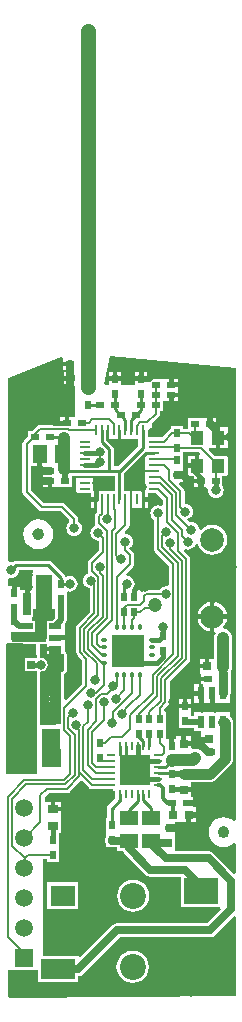
<source format=gtl>
%FSLAX24Y24*%
%MOIN*%
G70*
G01*
G75*
G04 Layer_Physical_Order=1*
G04 Layer_Color=255*
%ADD10C,0.0197*%
%ADD11C,0.0276*%
%ADD12R,0.0250X0.0200*%
%ADD13R,0.0827X0.0689*%
%ADD14R,0.1142X0.0689*%
%ADD15R,0.1142X0.0886*%
%ADD16R,0.0433X0.0236*%
%ADD17R,0.0300X0.0300*%
%ADD18R,0.0300X0.0300*%
%ADD19R,0.0236X0.0433*%
%ADD20R,0.0335X0.1693*%
%ADD21R,0.0200X0.0250*%
%ADD22C,0.0472*%
%ADD23R,0.1102X0.1102*%
%ADD24O,0.0256X0.0138*%
%ADD25O,0.0138X0.0256*%
%ADD26R,0.0591X0.0512*%
%ADD27R,0.0320X0.0300*%
%ADD28R,0.1024X0.1024*%
%ADD29O,0.0098X0.0276*%
%ADD30O,0.0276X0.0098*%
%ADD31R,0.0433X0.0472*%
%ADD32R,0.0354X0.0110*%
%ADD33R,0.0110X0.0354*%
%ADD34R,0.0110X0.0354*%
%ADD35R,0.0512X0.0591*%
%ADD36C,0.0250*%
%ADD37C,0.0150*%
%ADD38C,0.0100*%
%ADD39C,0.0300*%
%ADD40C,0.0400*%
%ADD41C,0.0200*%
%ADD42C,0.0080*%
%ADD43C,0.0350*%
%ADD44C,0.0120*%
%ADD45C,0.0059*%
%ADD46C,0.0500*%
%ADD47C,0.0060*%
%ADD48R,0.0579X0.0630*%
%ADD49R,0.0190X0.0515*%
%ADD50R,0.1180X0.0320*%
%ADD51R,0.0595X0.1290*%
%ADD52R,0.0400X0.0900*%
%ADD53R,0.1029X0.0407*%
%ADD54R,0.0550X0.1050*%
%ADD55R,0.0879X0.3300*%
%ADD56R,0.0570X0.1500*%
%ADD57C,0.0787*%
%ADD58C,0.0866*%
%ADD59R,0.0591X0.0591*%
%ADD60C,0.0591*%
%ADD61R,0.0591X0.0591*%
%ADD62C,0.0320*%
%ADD63C,0.0260*%
G36*
X990Y14331D02*
X978Y14322D01*
X956Y14289D01*
X948Y14250D01*
Y13750D01*
X855D01*
Y13500D01*
X705D01*
Y13750D01*
X550D01*
Y13875D01*
X425D01*
Y13650D01*
X275D01*
Y13875D01*
X150D01*
Y14090D01*
X210Y14143D01*
X250Y14138D01*
X318Y14147D01*
X381Y14173D01*
X435Y14215D01*
X477Y14269D01*
X503Y14332D01*
X512Y14400D01*
X518Y14407D01*
X967D01*
X990Y14331D01*
D02*
G37*
G36*
X7750Y21154D02*
Y6063D01*
X7678Y6028D01*
X7580Y6103D01*
X7459Y6153D01*
X7330Y6170D01*
X7201Y6153D01*
X7080Y6103D01*
X6976Y6024D01*
X6897Y5920D01*
X6847Y5799D01*
X6830Y5670D01*
X6847Y5541D01*
X6897Y5420D01*
X6976Y5316D01*
X7080Y5237D01*
X7201Y5187D01*
X7330Y5170D01*
X7459Y5187D01*
X7580Y5237D01*
X7678Y5312D01*
X7750Y5277D01*
Y4309D01*
X7676Y4278D01*
X6992Y4962D01*
X6918Y5012D01*
X6830Y5029D01*
X5700D01*
Y5075D01*
X5700D01*
Y5525D01*
D01*
Y5525D01*
X5700Y5525D01*
Y5575D01*
X5700D01*
Y5725D01*
X5500D01*
Y5875D01*
X5700D01*
Y6000D01*
X5880D01*
Y6000D01*
X5880D01*
X5880Y6000D01*
X5920D01*
Y6000D01*
X6095D01*
Y6250D01*
X6170D01*
Y6325D01*
X6420D01*
Y6500D01*
X6325D01*
Y6575D01*
X6100D01*
Y6725D01*
X6325D01*
Y6850D01*
X6250D01*
Y7005D01*
X6000D01*
Y7155D01*
X6250D01*
Y7330D01*
D01*
Y7330D01*
X6263Y7343D01*
X6870D01*
X6942Y7352D01*
X6981Y7368D01*
X7009Y7380D01*
X7066Y7424D01*
X7566Y7924D01*
X7610Y7981D01*
X7638Y8048D01*
X7647Y8120D01*
Y8550D01*
X7647Y8550D01*
X7647Y8550D01*
Y8550D01*
Y9302D01*
X7638Y9373D01*
X7610Y9440D01*
X7566Y9498D01*
X7542Y9522D01*
Y9664D01*
X7106D01*
Y9664D01*
X6358D01*
Y9551D01*
X6250D01*
Y9588D01*
D01*
Y9588D01*
D01*
D01*
X6250Y9595D01*
Y9606D01*
Y9620D01*
Y9628D01*
Y9645D01*
X6250Y9650D01*
X6250Y9652D01*
X6250Y9652D01*
X6250D01*
Y9795D01*
X5850D01*
Y9652D01*
X5850D01*
X5850Y9652D01*
X5850Y9645D01*
Y9595D01*
D01*
D01*
X5850D01*
Y9145D01*
X6066D01*
X6072Y9144D01*
X6358D01*
Y9031D01*
X6590D01*
Y9020D01*
X6590D01*
Y8845D01*
X6840D01*
Y8695D01*
X6590D01*
Y8520D01*
X6675D01*
Y8408D01*
X6607Y8356D01*
X6603Y8355D01*
X6541Y8402D01*
X6468Y8432D01*
X6390Y8443D01*
X6312Y8432D01*
X6250Y8474D01*
Y8545D01*
X6000D01*
Y8620D01*
X5925D01*
Y8870D01*
X5750D01*
Y8775D01*
X5675D01*
Y8550D01*
X5525D01*
Y8775D01*
X5400D01*
Y9175D01*
D01*
Y9175D01*
X5400Y9175D01*
Y9225D01*
X5400D01*
Y9675D01*
X5379D01*
X5349Y9749D01*
X5491Y9891D01*
X5491Y9891D01*
X5522Y9937D01*
X5522Y9937D01*
X5522Y9937D01*
X5533Y9992D01*
X5533Y9992D01*
Y10681D01*
X6181Y11329D01*
X6181Y11329D01*
X6199Y11357D01*
X6212Y11375D01*
X6223Y11430D01*
Y14770D01*
X6223Y14770D01*
X6212Y14825D01*
X6181Y14871D01*
X6181Y14871D01*
X6010Y15041D01*
X6055Y15108D01*
X6082Y15097D01*
X6150Y15088D01*
X6218Y15097D01*
X6281Y15123D01*
X6335Y15165D01*
X6377Y15219D01*
X6396Y15264D01*
X6476D01*
X6519Y15160D01*
X6598Y15057D01*
X6701Y14978D01*
X6821Y14928D01*
X6950Y14911D01*
X7079Y14928D01*
X7199Y14978D01*
X7302Y15057D01*
X7381Y15160D01*
X7431Y15280D01*
X7448Y15409D01*
X7431Y15538D01*
X7381Y15658D01*
X7302Y15761D01*
X7199Y15840D01*
X7079Y15890D01*
X6950Y15907D01*
X6821Y15890D01*
X6701Y15840D01*
X6598Y15761D01*
X6587Y15747D01*
X6510Y15768D01*
X6503Y15818D01*
X6477Y15881D01*
X6435Y15935D01*
X6381Y15977D01*
X6318Y16003D01*
X6250Y16012D01*
X6197Y16005D01*
X6115Y16087D01*
X6118Y16097D01*
X6181Y16123D01*
X6235Y16165D01*
X6277Y16219D01*
X6303Y16282D01*
X6312Y16350D01*
X6303Y16418D01*
X6277Y16481D01*
X6235Y16535D01*
X6181Y16577D01*
X6118Y16603D01*
X6050Y16612D01*
X6033Y16627D01*
Y17029D01*
X6022Y17084D01*
X6009Y17102D01*
X5991Y17130D01*
X5991Y17130D01*
X5850Y17271D01*
X5880Y17345D01*
X5970D01*
Y17495D01*
X5770D01*
Y17645D01*
X5970D01*
Y17795D01*
D01*
Y17795D01*
X5970Y17795D01*
Y17845D01*
X5970D01*
Y18245D01*
Y18327D01*
X6501D01*
X6546Y18261D01*
X6527Y18216D01*
X6524D01*
Y17880D01*
X6450D01*
Y17805D01*
X6133D01*
Y17544D01*
X6345D01*
Y17445D01*
X6570D01*
Y17370D01*
X6645D01*
Y17170D01*
X6760D01*
X6813Y17110D01*
X6808Y17070D01*
X6817Y17002D01*
X6843Y16939D01*
X6885Y16885D01*
X6939Y16843D01*
X7002Y16817D01*
X7070Y16808D01*
X7138Y16817D01*
X7201Y16843D01*
X7255Y16885D01*
X7297Y16939D01*
X7323Y17002D01*
X7332Y17070D01*
X7323Y17138D01*
X7297Y17201D01*
X7295Y17204D01*
Y17544D01*
X7467D01*
Y18216D01*
X7036D01*
X6834Y18418D01*
Y18484D01*
X6834Y18484D01*
X7076D01*
Y18820D01*
Y19156D01*
X7095D01*
Y19195D01*
X6870D01*
Y19270D01*
X6795D01*
Y19470D01*
X6645D01*
D01*
D01*
X6645Y19470D01*
X6595Y19470D01*
Y19470D01*
X6145D01*
Y19156D01*
X6134D01*
Y19113D01*
X5970D01*
Y19195D01*
X5570D01*
Y19103D01*
X5565Y19102D01*
X5519Y19071D01*
X5519Y19071D01*
X5291Y18843D01*
X5275Y18843D01*
Y18843D01*
X4802D01*
Y19058D01*
X4953D01*
Y19296D01*
X5174Y19516D01*
X5202Y19559D01*
X5213Y19610D01*
Y19700D01*
X5315D01*
Y20040D01*
X5315D01*
X5365D01*
X5372Y20040D01*
X5372Y20040D01*
Y20040D01*
X5515D01*
Y20240D01*
X5590D01*
Y20315D01*
X5815D01*
Y20380D01*
Y20505D01*
X5590D01*
Y20580D01*
X5515D01*
Y20780D01*
X5372D01*
Y20780D01*
X5372Y20780D01*
X5365Y20780D01*
X5340D01*
X5315D01*
X5308Y20780D01*
X5308Y20780D01*
Y20780D01*
X4865D01*
Y20780D01*
X4847D01*
X4790Y20837D01*
Y20705D01*
X4390D01*
Y20558D01*
X3910D01*
Y20705D01*
X3510D01*
Y20558D01*
X3404D01*
X3353Y20620D01*
X3529Y21532D01*
X3540Y21538D01*
X7750Y21154D01*
D02*
G37*
G36*
X1446Y11941D02*
Y11851D01*
X1723D01*
Y11776D01*
X1797D01*
Y11598D01*
X1995D01*
X1998Y11596D01*
X2000Y11587D01*
Y11045D01*
X1956Y11006D01*
X1956Y11006D01*
D01*
X1804D01*
Y10100D01*
X1729D01*
Y10025D01*
X1502D01*
Y9250D01*
X1200D01*
Y10269D01*
Y10996D01*
X1239Y11028D01*
X1250Y11026D01*
X1336Y11043D01*
X1409Y11091D01*
X1457Y11164D01*
X1474Y11250D01*
X1457Y11336D01*
X1409Y11409D01*
X1336Y11457D01*
X1250Y11474D01*
X1239Y11472D01*
X1200Y11504D01*
Y11945D01*
X1440D01*
X1446Y11941D01*
D02*
G37*
G36*
X4721Y18230D02*
Y18139D01*
Y17942D01*
Y17745D01*
Y17745D01*
X4998D01*
Y17662D01*
X4721D01*
Y17548D01*
Y17351D01*
Y17154D01*
Y17039D01*
X4721D01*
Y16958D01*
X4722D01*
Y16837D01*
X4802D01*
Y16958D01*
X5091D01*
X5307Y16741D01*
Y16588D01*
X5241Y16544D01*
X5218Y16553D01*
X5150Y16562D01*
X5082Y16553D01*
X5019Y16527D01*
X4965Y16485D01*
X4923Y16431D01*
X4897Y16368D01*
X4888Y16300D01*
X4897Y16232D01*
X4923Y16169D01*
X4965Y16115D01*
X5004Y16085D01*
Y15110D01*
X5004Y15110D01*
X5014Y15055D01*
X5045Y15009D01*
X5517Y14537D01*
Y13907D01*
X5457Y13855D01*
X5400Y13862D01*
X5332Y13853D01*
X5269Y13827D01*
X5215Y13785D01*
X5174Y13733D01*
X4740D01*
X4740Y13733D01*
X4685Y13722D01*
X4639Y13691D01*
X4639Y13691D01*
X4624Y13676D01*
X4550Y13706D01*
Y13725D01*
X4425D01*
Y13500D01*
X4275D01*
Y13725D01*
X4345D01*
X4310Y13797D01*
X4327Y13819D01*
X4353Y13882D01*
X4362Y13950D01*
X4353Y14018D01*
X4327Y14081D01*
X4285Y14135D01*
X4231Y14177D01*
X4168Y14203D01*
X4100Y14212D01*
X4090Y14288D01*
X4311Y14509D01*
X4342Y14555D01*
X4353Y14610D01*
X4353Y14610D01*
Y14908D01*
X4353Y14908D01*
X4342Y14962D01*
X4329Y14981D01*
X4311Y15009D01*
X4311Y15009D01*
X4193Y15127D01*
Y15132D01*
X4235Y15165D01*
X4277Y15219D01*
X4303Y15282D01*
X4312Y15350D01*
X4303Y15418D01*
X4277Y15481D01*
X4235Y15535D01*
X4181Y15577D01*
X4118Y15603D01*
X4050Y15612D01*
X4039Y15697D01*
X4158Y15816D01*
X4158Y15816D01*
X4176Y15844D01*
X4189Y15862D01*
X4199Y15917D01*
Y16485D01*
X4212D01*
Y16762D01*
Y17039D01*
X4013D01*
Y17626D01*
X4647Y18261D01*
X4721Y18230D01*
D02*
G37*
G36*
X3902Y18781D02*
X4295D01*
Y18781D01*
X4487D01*
Y18533D01*
X3810Y17856D01*
X3663D01*
Y18444D01*
X3653Y18492D01*
X3651Y18502D01*
X3618Y18552D01*
X3422Y18748D01*
Y18781D01*
X3424D01*
Y19058D01*
X3508D01*
Y18781D01*
X3818D01*
Y19058D01*
X3902D01*
Y18781D01*
D02*
G37*
G36*
X1975Y21464D02*
Y21345D01*
X2200D01*
Y21270D01*
X2275D01*
Y21070D01*
X2243D01*
X2249Y21064D01*
X2218Y20990D01*
X2299D01*
X2298Y20790D01*
X2296Y20590D01*
X2256D01*
X2296Y20550D01*
Y20550D01*
X2373Y20550D01*
Y19510D01*
X2335D01*
Y19510D01*
X2185D01*
Y19310D01*
X2110D01*
Y19243D01*
X1885D01*
Y19243D01*
X1200D01*
X1200Y19243D01*
X1145Y19232D01*
X1099Y19201D01*
X949Y19051D01*
X948Y19050D01*
X825D01*
Y18857D01*
X669Y18701D01*
X638Y18655D01*
X627Y18600D01*
X627Y18600D01*
Y17000D01*
X627Y17000D01*
X638Y16945D01*
X669Y16899D01*
X1169Y16399D01*
X1169Y16399D01*
X1215Y16368D01*
X1270Y16357D01*
X1270Y16357D01*
X1901D01*
X2183Y16075D01*
X2178Y15995D01*
X2165Y15985D01*
X2123Y15931D01*
X2097Y15868D01*
X2088Y15800D01*
X2097Y15732D01*
X2123Y15669D01*
X2165Y15615D01*
X2219Y15573D01*
X2282Y15547D01*
X2350Y15538D01*
X2418Y15547D01*
X2481Y15573D01*
X2535Y15615D01*
X2577Y15669D01*
X2603Y15732D01*
X2612Y15800D01*
X2603Y15868D01*
X2577Y15931D01*
X2535Y15985D01*
X2493Y16018D01*
Y16110D01*
X2482Y16165D01*
X2469Y16183D01*
X2451Y16211D01*
X2451Y16211D01*
X2061Y16601D01*
X2015Y16632D01*
X1960Y16643D01*
X1960Y16643D01*
X1329D01*
X913Y17059D01*
Y17865D01*
X1127D01*
Y18260D01*
X1277D01*
Y17865D01*
X1325D01*
Y17785D01*
X1550D01*
Y17635D01*
X1325D01*
Y17560D01*
X1325D01*
Y17435D01*
X1550D01*
Y17360D01*
X1625D01*
Y17160D01*
X1775D01*
Y17160D01*
X1775D01*
X1775Y17160D01*
X1825D01*
Y17160D01*
X2030D01*
X2050Y17156D01*
X2070Y17160D01*
X2275D01*
Y17510D01*
Y17550D01*
X2425D01*
Y17548D01*
Y17548D01*
X2979D01*
Y17548D01*
Y17550D01*
X3707D01*
Y17039D01*
X3424D01*
Y17039D01*
X3114D01*
Y17039D01*
X3114D01*
Y16762D01*
Y16485D01*
X3127D01*
Y16346D01*
X3089Y16309D01*
X3058Y16262D01*
X3047Y16208D01*
X3047Y16208D01*
Y15978D01*
X3047Y15978D01*
X3058Y15923D01*
X3048Y15889D01*
X3019Y15877D01*
X2965Y15835D01*
X2923Y15781D01*
X2897Y15718D01*
X2888Y15650D01*
X2897Y15582D01*
X2923Y15519D01*
X2965Y15465D01*
X3019Y15423D01*
X3082Y15397D01*
X3150Y15388D01*
X3177Y15364D01*
Y15079D01*
X2839Y14741D01*
X2808Y14695D01*
X2797Y14640D01*
X2797Y14640D01*
Y14378D01*
X2797Y14378D01*
X2808Y14323D01*
X2798Y14289D01*
X2769Y14277D01*
X2715Y14235D01*
X2673Y14181D01*
X2647Y14118D01*
X2638Y14050D01*
X2647Y13982D01*
X2673Y13919D01*
X2715Y13865D01*
X2769Y13823D01*
X2832Y13797D01*
X2877Y13791D01*
Y13021D01*
X2439Y12583D01*
X2408Y12537D01*
X2397Y12482D01*
X2397Y12482D01*
Y11662D01*
X2397Y11662D01*
X2408Y11607D01*
X2439Y11561D01*
X2607Y11393D01*
Y10609D01*
X2070Y10072D01*
X1996Y10103D01*
Y10872D01*
X2002Y10900D01*
Y10917D01*
X2009Y10922D01*
X2024Y10930D01*
X2067Y10968D01*
X2069Y10971D01*
X2072Y10973D01*
X2081Y10987D01*
X2092Y11000D01*
X2092Y11003D01*
X2094Y11006D01*
X2097Y11022D01*
X2102Y11038D01*
X2101Y11042D01*
X2102Y11045D01*
Y11587D01*
X2100Y11597D01*
X2100Y11607D01*
X2098Y11616D01*
X2094Y11625D01*
X2094Y11626D01*
X2094Y11626D01*
X2090Y11636D01*
X2090Y11637D01*
X2089Y11638D01*
X2088Y11641D01*
X2083Y11653D01*
X2071Y11664D01*
X2068Y11670D01*
X2062Y11674D01*
X2055Y11681D01*
X2052Y11683D01*
X2043Y11686D01*
X2039Y11689D01*
Y11932D01*
Y12075D01*
X1722D01*
Y12225D01*
X2039D01*
Y12306D01*
Y12599D01*
X2044Y12604D01*
X2088Y12670D01*
X2104Y12748D01*
Y13450D01*
X2100Y13470D01*
Y13640D01*
X2160Y13693D01*
X2200Y13688D01*
X2268Y13697D01*
X2331Y13723D01*
X2385Y13765D01*
X2427Y13819D01*
X2453Y13882D01*
X2462Y13950D01*
X2453Y14018D01*
X2427Y14081D01*
X2385Y14135D01*
X2331Y14177D01*
X2268Y14203D01*
X2200Y14212D01*
X2132Y14203D01*
X2069Y14177D01*
D01*
X2041Y14209D01*
Y14209D01*
X2041Y14209D01*
X2008Y14258D01*
X1598Y14668D01*
X1549Y14701D01*
X1490Y14713D01*
X410D01*
X351Y14701D01*
X302Y14668D01*
X291Y14657D01*
X250Y14662D01*
X210Y14657D01*
X150Y14710D01*
Y20800D01*
X252Y20846D01*
X1909Y21509D01*
X1975Y21464D01*
D02*
G37*
G36*
X2848Y7143D02*
X2894Y7112D01*
X2949Y7101D01*
X2949Y7101D01*
X3441D01*
X3488Y7092D01*
X3650D01*
Y7050D01*
X3709D01*
X3720Y7037D01*
Y6953D01*
X3719Y6949D01*
Y6785D01*
X3492Y6558D01*
X3459Y6509D01*
X3447Y6450D01*
Y6125D01*
X3400D01*
Y5675D01*
X3400Y5675D01*
X3400Y5625D01*
X3400D01*
Y5506D01*
X3388Y5488D01*
X3371Y5400D01*
X3388Y5312D01*
X3400Y5294D01*
Y5175D01*
X3525D01*
X3526Y5174D01*
X3614Y5157D01*
X3769D01*
Y5030D01*
X3964D01*
X4002Y4974D01*
X4728Y4248D01*
X4802Y4198D01*
X4890Y4181D01*
X5899D01*
Y3157D01*
X7218D01*
X7249Y3083D01*
X6795Y2629D01*
X3790D01*
X3702Y2612D01*
X3628Y2562D01*
X2565Y1499D01*
X2491Y1530D01*
Y1544D01*
X1300D01*
Y4757D01*
X1440D01*
Y4675D01*
X1840D01*
Y5118D01*
X1840D01*
Y5118D01*
D01*
X1840Y5125D01*
Y5136D01*
Y5150D01*
Y5158D01*
Y5175D01*
X1840Y5180D01*
X1840Y5182D01*
X1840Y5182D01*
X1840D01*
Y5625D01*
D01*
Y5625D01*
X1845Y5630D01*
X1900D01*
Y6123D01*
X1900D01*
Y6123D01*
D01*
X1900Y6130D01*
Y6140D01*
X1900Y6180D01*
X1900Y6185D01*
X1900Y6187D01*
X1900Y6187D01*
X1900D01*
Y6355D01*
X1640D01*
Y6430D01*
X1565D01*
Y6680D01*
X1419D01*
Y6680D01*
X1419Y6680D01*
X1380Y6680D01*
X1363Y6697D01*
Y6831D01*
X1509Y6977D01*
X2116D01*
X2116Y6977D01*
X2171Y6988D01*
X2217Y7019D01*
X2554Y7357D01*
X2634D01*
X2848Y7143D01*
D02*
G37*
G36*
X1600Y13100D02*
X1700D01*
Y13050D01*
Y12779D01*
X1623Y12702D01*
X1446D01*
Y12346D01*
X1446Y12346D01*
X1446Y12328D01*
X1446D01*
Y12100D01*
X1054D01*
Y12075D01*
X777D01*
Y12225D01*
X1054D01*
Y12328D01*
D01*
Y12328D01*
X1054Y12328D01*
Y12346D01*
X1054D01*
Y12702D01*
X950D01*
Y12840D01*
X990D01*
Y13100D01*
X1110D01*
Y13125D01*
X1530D01*
Y13255D01*
X1530Y13255D01*
D01*
D01*
X1530Y13260D01*
Y13266D01*
Y13275D01*
Y13279D01*
Y13290D01*
X1530Y13294D01*
X1530Y13295D01*
X1530Y13295D01*
X1530D01*
Y13425D01*
X1320D01*
Y13575D01*
X1530D01*
Y13710D01*
X1524D01*
X1509Y13635D01*
X1300D01*
Y13785D01*
X1509D01*
X1507Y13796D01*
X1500Y13806D01*
X1524Y13850D01*
X1600D01*
Y13100D01*
D02*
G37*
G36*
X7750Y2831D02*
Y200D01*
X207Y150D01*
X150Y207D01*
Y1080D01*
X1149D01*
Y656D01*
X2491D01*
Y871D01*
X2578Y888D01*
X2652Y938D01*
X3885Y2171D01*
X6890D01*
X6978Y2188D01*
X7052Y2238D01*
X7676Y2862D01*
X7750Y2831D01*
D02*
G37*
G36*
X853Y11598D02*
X1054D01*
Y11598D01*
X1065D01*
X1100Y11563D01*
Y11460D01*
X710D01*
Y11040D01*
X1100D01*
Y9170D01*
X975D01*
Y8960D01*
Y8750D01*
X1100D01*
Y7600D01*
X71D01*
Y11610D01*
X119Y11625D01*
X141Y11591D01*
X214Y11543D01*
X225Y11541D01*
Y11750D01*
X375D01*
Y11541D01*
X386Y11543D01*
X459Y11591D01*
X469Y11607D01*
X501Y11598D01*
Y11598D01*
X501Y11598D01*
X703D01*
Y11776D01*
X853D01*
Y11598D01*
D02*
G37*
%LPC*%
G36*
X7438Y12775D02*
X7025D01*
Y12362D01*
X7027Y12362D01*
X7067Y12293D01*
X7058Y12281D01*
X7028Y12208D01*
X7017Y12130D01*
Y11450D01*
X6855D01*
Y11200D01*
X6780D01*
Y11125D01*
X6530D01*
Y10950D01*
X6595D01*
Y10845D01*
X6820D01*
Y10695D01*
X6595D01*
Y10609D01*
X6651D01*
Y10292D01*
Y9976D01*
X6875D01*
Y10293D01*
X7025D01*
Y9976D01*
X7542D01*
Y10169D01*
X7560Y10195D01*
X7579Y10292D01*
Y10966D01*
X7571Y11005D01*
X7582Y11019D01*
X7612Y11092D01*
X7623Y11170D01*
Y11200D01*
Y12130D01*
X7612Y12208D01*
X7582Y12281D01*
X7534Y12344D01*
X7471Y12392D01*
X7398Y12422D01*
X7338Y12430D01*
X7307Y12504D01*
X7381Y12601D01*
X7431Y12721D01*
X7438Y12775D01*
D02*
G37*
G36*
X6250Y10095D02*
X6125D01*
Y9945D01*
X6250D01*
Y10095D01*
D02*
G37*
G36*
X6501Y10217D02*
X6358D01*
Y9976D01*
X6501D01*
Y10217D01*
D02*
G37*
G36*
X590Y11175D02*
X170D01*
Y11042D01*
X170Y11042D01*
X170D01*
X170Y11040D01*
Y11033D01*
X144Y11006D01*
X144D01*
Y10175D01*
X598D01*
Y11005D01*
X598Y11005D01*
D01*
D01*
X598Y11005D01*
X598Y11006D01*
X598Y11008D01*
X598Y11008D01*
X590Y11039D01*
X590Y11040D01*
Y11040D01*
X590Y11042D01*
X590Y11042D01*
X590D01*
Y11175D01*
D02*
G37*
G36*
X6501Y10609D02*
X6358D01*
Y10367D01*
X6501D01*
Y10609D01*
D02*
G37*
G36*
X6705Y11450D02*
X6530D01*
Y11275D01*
X6705D01*
Y11450D01*
D02*
G37*
G36*
X305Y11460D02*
X170D01*
Y11325D01*
X305D01*
Y11460D01*
D02*
G37*
G36*
X590D02*
X455D01*
Y11325D01*
X590D01*
Y11460D01*
D02*
G37*
G36*
X1654Y11006D02*
X1502D01*
Y10175D01*
X1654D01*
Y11006D01*
D02*
G37*
G36*
X5975Y10095D02*
X5850D01*
Y9945D01*
X5975D01*
Y10095D01*
D02*
G37*
G36*
X1900Y6680D02*
X1715D01*
Y6505D01*
X1900D01*
Y6680D01*
D02*
G37*
G36*
X525Y8075D02*
X252D01*
X254Y8057D01*
X290Y7971D01*
X347Y7897D01*
X421Y7840D01*
X507Y7804D01*
X525Y7802D01*
Y8075D01*
D02*
G37*
G36*
X948D02*
X675D01*
Y7802D01*
X693Y7804D01*
X779Y7840D01*
X853Y7897D01*
X910Y7971D01*
X946Y8057D01*
X948Y8075D01*
D02*
G37*
G36*
X6420Y6175D02*
X6245D01*
Y6000D01*
X6420D01*
Y6175D01*
D02*
G37*
G36*
X4298Y1719D02*
X4159Y1700D01*
X4030Y1647D01*
X3918Y1561D01*
X3833Y1450D01*
X3779Y1320D01*
X3761Y1181D01*
X3779Y1042D01*
X3833Y912D01*
X3918Y801D01*
X4030Y715D01*
X4159Y662D01*
X4298Y643D01*
X4437Y662D01*
X4567Y715D01*
X4679Y801D01*
X4764Y912D01*
X4818Y1042D01*
X4836Y1181D01*
X4818Y1320D01*
X4764Y1450D01*
X4679Y1561D01*
X4567Y1647D01*
X4437Y1700D01*
X4298Y1719D01*
D02*
G37*
G36*
X4320Y4081D02*
X4181Y4063D01*
X4051Y4009D01*
X3940Y3923D01*
X3854Y3812D01*
X3801Y3682D01*
X3782Y3543D01*
X3801Y3404D01*
X3854Y3274D01*
X3940Y3163D01*
X4051Y3078D01*
X4181Y3024D01*
X4320Y3006D01*
X4459Y3024D01*
X4589Y3078D01*
X4700Y3163D01*
X4786Y3274D01*
X4839Y3404D01*
X4858Y3543D01*
X4839Y3682D01*
X4786Y3812D01*
X4700Y3923D01*
X4589Y4009D01*
X4459Y4063D01*
X4320Y4081D01*
D02*
G37*
G36*
X2483Y3994D02*
X1457D01*
Y3106D01*
X2483D01*
Y3994D01*
D02*
G37*
G36*
X825Y9170D02*
X690D01*
Y9035D01*
X825D01*
Y9170D01*
D02*
G37*
G36*
X296Y10025D02*
X144D01*
Y9194D01*
X296D01*
Y10025D01*
D02*
G37*
G36*
X598D02*
X446D01*
Y9194D01*
X598D01*
Y10025D01*
D02*
G37*
G36*
X825Y8885D02*
X690D01*
Y8750D01*
X825D01*
Y8885D01*
D02*
G37*
G36*
X525Y8498D02*
X507Y8496D01*
X421Y8460D01*
X347Y8403D01*
X290Y8329D01*
X254Y8243D01*
X252Y8225D01*
X525D01*
Y8498D01*
D02*
G37*
G36*
X675D02*
Y8225D01*
X948D01*
X946Y8243D01*
X910Y8329D01*
X853Y8403D01*
X779Y8460D01*
X693Y8496D01*
X675Y8498D01*
D02*
G37*
G36*
X6250Y8870D02*
X6075D01*
Y8695D01*
X6250D01*
Y8870D01*
D02*
G37*
G36*
X2035Y19510D02*
X1885D01*
Y19385D01*
X2035D01*
Y19510D01*
D02*
G37*
G36*
X5815Y20165D02*
X5665D01*
Y20040D01*
X5815D01*
Y20165D01*
D02*
G37*
G36*
X2175Y20715D02*
X2025D01*
Y20590D01*
X2175D01*
Y20715D01*
D02*
G37*
G36*
X7467Y18745D02*
X7226D01*
Y18484D01*
X7467D01*
Y18745D01*
D02*
G37*
G36*
Y19156D02*
X7226D01*
Y18895D01*
X7467D01*
Y19156D01*
D02*
G37*
G36*
X7095Y19470D02*
X6945D01*
Y19345D01*
X7095D01*
Y19470D01*
D02*
G37*
G36*
X5815Y20780D02*
X5665D01*
Y20655D01*
X5815D01*
Y20780D01*
D02*
G37*
G36*
X4790Y21005D02*
X4665D01*
Y20855D01*
X4790D01*
Y21005D01*
D02*
G37*
G36*
X2175Y20990D02*
X2025D01*
Y20865D01*
X2175D01*
Y20990D01*
D02*
G37*
G36*
X2125Y21195D02*
X1975D01*
Y21070D01*
X2125D01*
Y21195D01*
D02*
G37*
G36*
X3635Y21005D02*
X3510D01*
Y20855D01*
X3635D01*
Y21005D01*
D02*
G37*
G36*
X3910D02*
X3785D01*
Y20855D01*
X3910D01*
Y21005D01*
D02*
G37*
G36*
X4515D02*
X4390D01*
Y20855D01*
X4515D01*
Y21005D01*
D02*
G37*
G36*
X6374Y18216D02*
X6133D01*
Y17955D01*
X6374D01*
Y18216D01*
D02*
G37*
G36*
X1530Y12975D02*
X1395D01*
Y12840D01*
X1530D01*
Y12975D01*
D02*
G37*
G36*
X6875Y13338D02*
X6821Y13331D01*
X6701Y13281D01*
X6598Y13202D01*
X6519Y13099D01*
X6469Y12979D01*
X6462Y12925D01*
X6875D01*
Y13338D01*
D02*
G37*
G36*
X7025D02*
Y12925D01*
X7438D01*
X7431Y12979D01*
X7381Y13099D01*
X7302Y13202D01*
X7199Y13281D01*
X7079Y13331D01*
X7025Y13338D01*
D02*
G37*
G36*
X1647Y11701D02*
X1446D01*
Y11598D01*
X1647D01*
Y11701D01*
D02*
G37*
G36*
X6875Y12775D02*
X6462D01*
X6469Y12721D01*
X6519Y12601D01*
X6598Y12498D01*
X6701Y12419D01*
X6821Y12369D01*
X6875Y12362D01*
Y12775D01*
D02*
G37*
G36*
X1245Y12975D02*
X1110D01*
Y12840D01*
X1245D01*
Y12975D01*
D02*
G37*
G36*
X1151Y16100D02*
X1022Y16083D01*
X901Y16033D01*
X798Y15954D01*
X718Y15850D01*
X668Y15729D01*
X651Y15600D01*
X668Y15471D01*
X718Y15350D01*
X798Y15246D01*
X901Y15167D01*
X1022Y15117D01*
X1151Y15100D01*
X1281Y15117D01*
X1401Y15167D01*
X1505Y15246D01*
X1584Y15350D01*
X1634Y15471D01*
X1651Y15600D01*
X1634Y15729D01*
X1584Y15850D01*
X1505Y15954D01*
X1401Y16033D01*
X1281Y16083D01*
X1151Y16100D01*
D02*
G37*
G36*
X2979Y17465D02*
X2425D01*
Y17351D01*
Y17154D01*
Y16958D01*
X2917D01*
Y16837D01*
X2997D01*
Y17039D01*
X2979D01*
Y17154D01*
Y17351D01*
Y17465D01*
D02*
G37*
G36*
X1475Y17285D02*
X1325D01*
Y17160D01*
X1475D01*
Y17285D01*
D02*
G37*
G36*
X6495Y17295D02*
X6345D01*
Y17170D01*
X6495D01*
Y17295D01*
D02*
G37*
G36*
X2997Y16687D02*
X2917D01*
Y16485D01*
X2997D01*
Y16687D01*
D02*
G37*
G36*
X4606Y17039D02*
X4295D01*
Y17039D01*
X4295D01*
Y16762D01*
Y16485D01*
X4409D01*
Y16485D01*
X4606D01*
Y16762D01*
Y17039D01*
D02*
G37*
G36*
X4802Y16687D02*
X4722D01*
Y16485D01*
X4802D01*
Y16687D01*
D02*
G37*
%LPD*%
D10*
X7429Y5670D02*
G03*
X7429Y5670I-99J0D01*
G01*
X1250Y15600D02*
G03*
X1250Y15600I-99J0D01*
G01*
X371Y10691D02*
X735D01*
X371Y9352D02*
X735D01*
X371Y9509D02*
X735D01*
X371Y10848D02*
X735D01*
X341D02*
X371D01*
X341Y9509D02*
X371D01*
X341Y10691D02*
X371D01*
X302Y9352D02*
X371D01*
X1365Y10691D02*
X1680D01*
X1365Y10848D02*
X1680D01*
X1365Y9470D02*
X1680Y9470D01*
X1365Y9352D02*
X1641D01*
D11*
X1413Y9576D02*
G03*
X1413Y10624I-363J524D01*
G01*
X687D02*
G03*
X687Y9576I363J-524D01*
G01*
D12*
X7400Y8330D02*
D03*
X6900D02*
D03*
X6100Y6650D02*
D03*
X5600D02*
D03*
X2610Y19310D02*
D03*
X2110D02*
D03*
X1550Y18850D02*
D03*
X1050Y18850D02*
D03*
X5090Y19900D02*
D03*
X4590D02*
D03*
X4400Y19560D02*
D03*
X3900D02*
D03*
X3200Y19910D02*
D03*
X3700D02*
D03*
X2750Y20790D02*
D03*
X2250D02*
D03*
X6370Y19270D02*
D03*
X6870Y19270D02*
D03*
X7070Y17370D02*
D03*
X6570D02*
D03*
X5090Y20240D02*
D03*
X5590D02*
D03*
X5090Y20580D02*
D03*
X5590D02*
D03*
X1550Y17360D02*
D03*
X2050D02*
D03*
X1550Y17710D02*
D03*
X2050D02*
D03*
X2200Y21270D02*
D03*
X2700D02*
D03*
X6810Y10760D02*
D03*
X7310D02*
D03*
D13*
X1970Y3550D02*
D03*
D14*
X1820Y1100D02*
D03*
D15*
X6570Y3700D02*
D03*
D16*
X1722Y11776D02*
D03*
Y12150D02*
D03*
Y12524D02*
D03*
X778D02*
D03*
Y12150D02*
D03*
Y11776D02*
D03*
D17*
X6000Y8080D02*
D03*
Y8620D02*
D03*
Y7080D02*
D03*
Y7620D02*
D03*
D18*
X6170Y6250D02*
D03*
X5630D02*
D03*
X6780Y11200D02*
D03*
X7320D02*
D03*
X780Y13050D02*
D03*
X1320Y13050D02*
D03*
X780Y13500D02*
D03*
X1320D02*
D03*
X920Y11250D02*
D03*
X380D02*
D03*
X6840Y8770D02*
D03*
X7380D02*
D03*
X1440Y8960D02*
D03*
X900D02*
D03*
D19*
X7324Y10292D02*
D03*
X6950D02*
D03*
X6576D02*
D03*
X6576Y9348D02*
D03*
X6950D02*
D03*
X7324Y9348D02*
D03*
D20*
X371Y10100D02*
D03*
X1729D02*
D03*
D21*
X350Y12200D02*
D03*
Y12700D02*
D03*
X1900Y13450D02*
D03*
Y13950D02*
D03*
X6050Y9370D02*
D03*
Y9870D02*
D03*
X5300Y11700D02*
D03*
X5300Y12200D02*
D03*
X4350Y13000D02*
D03*
Y13500D02*
D03*
X4000Y13000D02*
D03*
Y13500D02*
D03*
X1640Y4900D02*
D03*
Y5400D02*
D03*
X5500Y5800D02*
D03*
Y5300D02*
D03*
X3600Y5400D02*
D03*
Y5900D02*
D03*
X4856Y8944D02*
D03*
X4856Y9444D02*
D03*
X4500Y8950D02*
D03*
X4500Y9450D02*
D03*
X3200Y8150D02*
D03*
Y8650D02*
D03*
X5600Y8050D02*
D03*
Y8550D02*
D03*
Y7100D02*
D03*
Y7600D02*
D03*
X5770Y18470D02*
D03*
Y18970D02*
D03*
Y18070D02*
D03*
Y17570D02*
D03*
X4590Y20280D02*
D03*
Y20780D02*
D03*
X2800Y19910D02*
D03*
Y20410D02*
D03*
X3710Y20780D02*
D03*
Y20280D02*
D03*
X5200Y8950D02*
D03*
Y9450D02*
D03*
X350Y13650D02*
D03*
Y13150D02*
D03*
D22*
X5050Y13250D02*
D03*
D23*
X4150Y11700D02*
D03*
D24*
X4947Y12084D02*
D03*
Y11828D02*
D03*
Y11572D02*
D03*
Y11316D02*
D03*
X3353D02*
D03*
Y11572D02*
D03*
Y11828D02*
D03*
Y12084D02*
D03*
D25*
X4534Y10903D02*
D03*
X4278D02*
D03*
X4022D02*
D03*
X3766D02*
D03*
Y12497D02*
D03*
X4022D02*
D03*
X4278D02*
D03*
X4534D02*
D03*
D26*
X4164Y5386D02*
D03*
X4164Y6134D02*
D03*
X4914Y5386D02*
D03*
Y6134D02*
D03*
D27*
X1640Y6430D02*
D03*
X1640Y5880D02*
D03*
D28*
X4364Y7736D02*
D03*
D29*
X4856Y6949D02*
D03*
X4659D02*
D03*
X4462D02*
D03*
X4265D02*
D03*
X4069D02*
D03*
X3872D02*
D03*
Y8524D02*
D03*
X4069D02*
D03*
X4265D02*
D03*
X4462D02*
D03*
X4659D02*
D03*
X4856D02*
D03*
D30*
X3576Y7244D02*
D03*
Y7441D02*
D03*
Y7638D02*
D03*
X3576Y7835D02*
D03*
X3576Y8031D02*
D03*
Y8228D02*
D03*
X5151D02*
D03*
Y8031D02*
D03*
Y7835D02*
D03*
Y7638D02*
D03*
Y7441D02*
D03*
Y7244D02*
D03*
D31*
X6449Y17880D02*
D03*
X7151D02*
D03*
X6451Y18820D02*
D03*
X7151D02*
D03*
D32*
X2702Y17900D02*
D03*
Y18294D02*
D03*
Y18688D02*
D03*
X4998Y18688D02*
D03*
X2702Y17113D02*
D03*
Y18097D02*
D03*
Y17310D02*
D03*
Y17506D02*
D03*
Y17703D02*
D03*
Y18491D02*
D03*
X4998D02*
D03*
Y17703D02*
D03*
Y17506D02*
D03*
Y18294D02*
D03*
Y18097D02*
D03*
Y17900D02*
D03*
Y17310D02*
D03*
Y17113D02*
D03*
D33*
X4647Y19058D02*
D03*
Y16762D02*
D03*
X3072Y16762D02*
D03*
X4450Y16762D02*
D03*
X3663Y16762D02*
D03*
X3466D02*
D03*
X4254D02*
D03*
X4057D02*
D03*
X3860D02*
D03*
X3072Y19058D02*
D03*
X3860D02*
D03*
X4057D02*
D03*
X3269D02*
D03*
X3466D02*
D03*
X3663D02*
D03*
X4254D02*
D03*
X4450Y19058D02*
D03*
D34*
X3269Y16762D02*
D03*
D35*
X1202Y18260D02*
D03*
X1950D02*
D03*
D36*
X7071Y18790D02*
Y19069D01*
X6535Y8600D02*
X6805Y8330D01*
X2200Y20430D02*
Y21270D01*
X6590Y8655D02*
Y8695D01*
X6535Y8600D02*
X6590Y8655D01*
X6805Y8330D02*
X6900D01*
X2200Y20430D02*
X2230Y20400D01*
X3790Y2400D02*
X6890D01*
X2490Y1100D02*
X3790Y2400D01*
X1820Y1100D02*
X2490D01*
X6570Y3700D02*
Y3880D01*
X6040Y4410D02*
X6570Y3880D01*
X7580Y3090D02*
Y4050D01*
X6830Y4800D02*
X7580Y4050D01*
X5400Y4800D02*
X6830D01*
X6890Y2400D02*
X7580Y3090D01*
X780Y13050D02*
Y13500D01*
X6870Y19270D02*
X7071Y19069D01*
X5000Y5300D02*
X5400D01*
X4914Y5386D02*
X5000Y5300D01*
X5500Y5800D02*
X5900D01*
X1110Y17710D02*
X1550D01*
X1100Y17700D02*
X1110Y17710D01*
X1210Y17360D02*
X1550D01*
X1150Y17300D02*
X1210Y17360D01*
X3614Y5386D02*
X4164D01*
X3600Y5400D02*
X3614Y5386D01*
X4914Y5286D02*
Y5386D01*
X4164Y5136D02*
Y5386D01*
Y5136D02*
X4890Y4410D01*
X6040D01*
X4914Y5286D02*
X5400Y4800D01*
X5770Y17570D02*
X5980D01*
X6150Y17400D01*
D37*
X5600Y7100D02*
X6450D01*
X4462Y7835D02*
Y8150D01*
X3244Y18294D02*
X3250Y18300D01*
X2702Y18294D02*
X3244D01*
X590Y13930D02*
X820Y14160D01*
X4184Y11316D02*
X4947D01*
X3800Y11700D02*
X4184Y11316D01*
X1700Y12174D02*
X2226D01*
X4462Y7835D02*
X4659Y8031D01*
X1640Y5880D02*
X1640Y5880D01*
Y5400D02*
Y5880D01*
X820Y14160D02*
Y14230D01*
X570Y13950D02*
X590Y13930D01*
X400Y13950D02*
X570D01*
X350Y14000D02*
X400D01*
X350Y13650D02*
Y14000D01*
X6950Y9870D02*
X7000Y9820D01*
X6950Y9870D02*
Y10292D01*
X6576Y9846D02*
Y10292D01*
X1020Y11250D02*
X1250D01*
X4450Y13850D02*
X4700D01*
X5300Y12200D02*
Y12500D01*
X4947Y12084D02*
X5184D01*
X5300Y12200D01*
X5300Y11491D02*
Y11700D01*
X5125Y11316D02*
X5300Y11491D01*
X4947Y11316D02*
X5125D01*
X2226Y12174D02*
X2250Y12150D01*
X1280Y13010D02*
X1320Y13050D01*
X1115Y12174D02*
X1280Y12338D01*
Y13010D01*
X854Y12174D02*
X1115D01*
X400Y13950D02*
Y14000D01*
X780Y13500D02*
Y13830D01*
X6100Y6650D02*
X6450D01*
X6170Y6250D02*
X6600D01*
X4350Y13750D02*
X4450Y13850D01*
X4350Y13500D02*
Y13750D01*
X3072Y17252D02*
X3110Y17290D01*
X3072Y16762D02*
Y17252D01*
X6570Y17030D02*
Y17370D01*
Y17030D02*
X6600Y17000D01*
X1600Y19400D02*
X1690Y19310D01*
X2110D01*
X4830Y20780D02*
X4900Y20850D01*
X4590Y20780D02*
X4830D01*
X4462Y8150D02*
X4484Y8172D01*
X4364Y7736D02*
X4462Y7835D01*
X4659Y8031D02*
X5151D01*
X4659Y7441D02*
X5151D01*
X6570Y17370D02*
Y17470D01*
X6369Y17671D02*
X6570Y17470D01*
X6369Y17671D02*
Y17850D01*
X7070Y17070D02*
Y17370D01*
X6870Y19270D02*
Y19670D01*
X4462Y8150D02*
Y8524D01*
X4600Y7500D02*
X4659Y7441D01*
X4364Y7736D02*
X4600Y7500D01*
X2702Y17900D02*
X3100D01*
X3200Y18000D01*
D38*
X4640Y18470D02*
Y19070D01*
X2050Y17703D02*
X2702D01*
X1490Y14560D02*
X1900Y14150D01*
X410Y14560D02*
X1490D01*
X250Y14400D02*
X410Y14560D01*
X5562Y7638D02*
X5600Y7600D01*
X1950Y18850D02*
X2000Y18800D01*
X1550Y18850D02*
X1950D01*
X4000Y13850D02*
X4100Y13950D01*
X1900D02*
Y14150D01*
Y13950D02*
X2200D01*
X3269Y18684D02*
Y19058D01*
X7324Y8570D02*
Y9348D01*
X5151Y7638D02*
X5562D01*
X5385Y7835D02*
X5600Y8050D01*
X5151Y7835D02*
X5385D01*
X4000Y13500D02*
Y13850D01*
X4450Y8900D02*
X4659Y8691D01*
X4450Y8900D02*
Y9000D01*
X4659Y8524D02*
Y8691D01*
X2800Y20410D02*
Y20780D01*
X3510Y17743D02*
X3550Y17703D01*
X3873D01*
X3269Y18684D02*
X3510Y18444D01*
Y17743D02*
Y18444D01*
X3600Y5900D02*
Y6450D01*
X3872Y6722D01*
Y6949D01*
X4914Y6134D02*
Y6486D01*
X4659Y6741D02*
X4914Y6486D01*
X4659Y6741D02*
Y6949D01*
X4164Y6134D02*
Y6414D01*
X4462Y6712D01*
Y6949D01*
X2800Y19910D02*
X3200D01*
X2790D02*
X2800D01*
X3710Y19760D02*
X4057Y19413D01*
X3710Y19760D02*
X3710Y20240D01*
X3750Y20280D01*
X4250Y19040D02*
Y19400D01*
X4590Y19740D01*
Y19900D01*
Y20280D01*
Y20290D01*
X3860Y17700D02*
X3860Y17700D01*
X3873Y17703D02*
X4640Y18470D01*
X4057Y19413D02*
X4057Y19058D01*
X4800Y9000D02*
X4856Y8944D01*
Y8524D02*
Y8944D01*
X4744Y18294D02*
X4998D01*
X4650Y18200D02*
X4744Y18294D01*
X4650Y18050D02*
Y18200D01*
X3872Y8228D02*
Y8524D01*
X4128Y7972D02*
X4364Y7736D01*
X4069Y8031D02*
X4128Y7972D01*
X3872Y8228D02*
X4069Y8031D01*
Y8524D01*
X3860Y16762D02*
Y17700D01*
X2702Y17703D02*
X3550D01*
D39*
X7324Y10292D02*
Y10966D01*
X7320Y10970D02*
X7324Y10966D01*
D40*
X5605Y8055D02*
X6305D01*
X2000Y17760D02*
Y18800D01*
X7320Y11200D02*
Y12130D01*
Y11170D02*
Y11200D01*
X5600Y8050D02*
X5605Y8055D01*
X6305D02*
X6390Y8140D01*
D41*
X350Y12174D02*
X854D01*
X2050Y17703D02*
Y17710D01*
Y17360D02*
Y17703D01*
X5600Y7600D02*
X6850D01*
X6870Y7620D01*
X6072Y9348D02*
X6576D01*
X1900Y12748D02*
Y13450D01*
X1700Y12548D02*
X1900Y12748D01*
X350Y12700D02*
Y13150D01*
Y12700D02*
X502Y12548D01*
X854D01*
X350Y12174D02*
Y12200D01*
D42*
X610Y1340D02*
Y1700D01*
X4675Y13525D02*
X4740Y13590D01*
X4675Y13365D02*
Y13525D01*
X4100Y13250D02*
X4560D01*
X4675Y13365D01*
X4210Y9120D02*
Y9560D01*
X3368Y8650D02*
X3564Y8846D01*
X3936D01*
X4210Y9120D01*
X5200Y8650D02*
X5350Y8500D01*
X5200Y8650D02*
Y8950D01*
X700Y4490D02*
Y4790D01*
X270Y5220D02*
X700Y4790D01*
X270Y5220D02*
Y6780D01*
X750Y7260D01*
X130Y6838D02*
X692Y7400D01*
X130Y2180D02*
Y6838D01*
Y2180D02*
X610Y1700D01*
X692Y7400D02*
X2000D01*
X750Y7260D02*
X2058D01*
X700Y4490D02*
X710Y4480D01*
X810Y4900D02*
X1640D01*
X1450Y7120D02*
X2116D01*
X1220Y6890D02*
X1450Y7120D01*
X1220Y5990D02*
Y6890D01*
X710Y5480D02*
X1220Y5990D01*
X3460Y10260D02*
X3766Y10566D01*
X2940Y14640D02*
X3320Y15020D01*
Y15480D01*
X3150Y15650D02*
X3320Y15480D01*
X3600Y12750D02*
Y15700D01*
X3100Y12250D02*
X3600Y12750D01*
X3190Y15978D02*
X3460Y15708D01*
Y12808D02*
Y15708D01*
X2960Y12308D02*
X3460Y12808D01*
X3663Y16437D02*
Y16762D01*
Y16437D02*
X3710Y16390D01*
Y15810D02*
Y16390D01*
X3600Y15700D02*
X3710Y15810D01*
X3466Y16216D02*
Y16762D01*
X3890Y14770D02*
X3920D01*
X3880Y14760D02*
X3890Y14770D01*
X3766Y14166D02*
X4210Y14610D01*
Y14908D01*
X4050Y15068D02*
X4210Y14908D01*
X3766Y12497D02*
Y14166D01*
X3880Y14760D02*
X3910D01*
X3950Y14800D01*
X4057Y15917D02*
Y16762D01*
X3740Y15600D02*
X4057Y15917D01*
X3740Y14890D02*
X3790Y14840D01*
X3740Y14890D02*
Y15600D01*
X2750Y10550D02*
Y11452D01*
X2000Y9800D02*
X2750Y10550D01*
X2000Y9084D02*
Y9800D01*
X2660Y9210D02*
X2800Y9350D01*
Y9900D01*
X2660Y7731D02*
Y9210D01*
X3353Y10568D02*
Y11316D01*
X2900Y10300D02*
X3084D01*
X3353Y10568D01*
X3090Y10108D02*
X3242Y10260D01*
X3090Y9356D02*
Y10108D01*
X2540Y11662D02*
Y12482D01*
Y11662D02*
X2750Y11452D01*
X2820Y11780D02*
X3284Y11316D01*
X2820Y11780D02*
Y12366D01*
X2680Y11720D02*
Y12424D01*
Y11720D02*
X3100Y11300D01*
X3050Y10750D02*
X3100Y10800D01*
Y11300D01*
X2960Y11892D02*
X3280Y11572D01*
X2960Y11892D02*
Y12308D01*
X3100Y11950D02*
Y12250D01*
Y11950D02*
X3222Y11828D01*
X3353D01*
X3284Y11316D02*
X3353D01*
X4740Y13590D02*
X5390D01*
X5400Y13600D01*
X3269Y16287D02*
Y16762D01*
X3190Y16208D02*
X3269Y16287D01*
X3190Y15978D02*
Y16208D01*
X2820Y12366D02*
X3300Y12846D01*
Y14216D01*
X2680Y12424D02*
X3160Y12904D01*
Y14158D01*
X3020Y12962D02*
Y13930D01*
X2540Y12482D02*
X3020Y12962D01*
X2900Y14050D02*
X3020Y13930D01*
X3200Y14316D02*
X3300Y14216D01*
X3200Y14316D02*
Y14500D01*
X2940Y14378D02*
X3160Y14158D01*
X2940Y14378D02*
Y14640D01*
X4210Y9560D02*
X4970Y10320D01*
X3200Y8650D02*
X3368D01*
X4970Y10320D02*
Y10914D01*
X3600Y9300D02*
Y9350D01*
X3766Y10566D02*
Y10903D01*
X4534Y10230D02*
Y10903D01*
X3950Y9648D02*
X4192Y9890D01*
X4194D02*
X4534Y10230D01*
X3950Y9600D02*
Y9648D01*
X4192Y9890D02*
X4194D01*
X5390Y9992D02*
Y10740D01*
X5200Y9802D02*
X5390Y9992D01*
X5200Y9450D02*
Y9802D01*
X5250Y10050D02*
Y10798D01*
X4856Y9656D02*
X5250Y10050D01*
X4856Y9444D02*
Y9656D01*
X5110Y10210D02*
Y10856D01*
X4500Y9600D02*
X5110Y10210D01*
X4500Y9450D02*
Y9600D01*
X5660Y11604D02*
Y14596D01*
X4970Y10914D02*
X5660Y11604D01*
X5800Y11546D02*
Y14654D01*
X5110Y10856D02*
X5800Y11546D01*
X5940Y11488D02*
Y14712D01*
X5250Y10798D02*
X5940Y11488D01*
X6080Y11430D02*
Y14770D01*
X5390Y10740D02*
X6080Y11430D01*
X5146Y15110D02*
X5660Y14596D01*
X5146Y15110D02*
Y16296D01*
X5286Y15168D02*
X5800Y14654D01*
X5286Y15168D02*
Y15536D01*
X5550Y15102D02*
X5940Y14712D01*
X5550Y15102D02*
Y15300D01*
X5810Y15040D02*
Y15644D01*
Y15040D02*
X6080Y14770D01*
X3242Y10260D02*
X3460D01*
X4022Y10407D02*
Y10903D01*
X3730Y10115D02*
X4022Y10407D01*
X3842Y9860D02*
X4278Y10296D01*
Y10903D01*
X3280Y11572D02*
X3353D01*
X4000Y13000D02*
X4022Y12978D01*
Y12497D02*
Y12978D01*
X4350Y12800D02*
Y13000D01*
X4278Y12497D02*
Y12728D01*
X4350Y12800D01*
X2520Y7524D02*
Y7673D01*
Y9080D01*
Y7673D02*
X2949Y7244D01*
X2116Y7120D02*
X2520Y7524D01*
X2058Y7260D02*
X2380Y7582D01*
Y8902D01*
X4050Y15068D02*
Y15350D01*
X4000Y13000D02*
Y13150D01*
X4100Y13250D01*
X4700Y13150D02*
X5050D01*
X4550Y13000D02*
X4700Y13150D01*
X4350Y13000D02*
X4550D01*
X4000Y12950D02*
Y13000D01*
X2200Y7600D02*
Y8884D01*
X2000Y7400D02*
X2200Y7600D01*
X2000Y9084D02*
X2200Y8884D01*
X2140Y9142D02*
X2380Y8902D01*
X2140Y9490D02*
X2300Y9650D01*
X2140Y9142D02*
Y9490D01*
X3728Y10115D02*
X3730D01*
X3700Y10144D02*
X3728Y10115D01*
X3700Y10144D02*
Y10150D01*
X3750Y10200D01*
X2800Y9066D02*
X3090Y9356D01*
X2800Y7900D02*
Y9066D01*
X2940Y9008D02*
X3350Y9418D01*
Y10000D01*
X2940Y7958D02*
Y9008D01*
X2949Y7244D02*
X3576D01*
X770Y17000D02*
Y18600D01*
Y17000D02*
X1270Y16500D01*
X770Y18600D02*
X1020Y18850D01*
X4998Y18097D02*
X5743D01*
X5770Y18070D01*
X7070Y17370D02*
X7071Y17371D01*
Y17850D01*
X6370Y19270D02*
X6371Y19269D01*
Y18790D02*
Y19269D01*
X5749Y18491D02*
X5770Y18470D01*
X4998Y18491D02*
X5749D01*
X6191Y18970D02*
X6371Y18790D01*
X5770Y18970D02*
X6191D01*
X5620D02*
X5770D01*
X5338Y18688D02*
X5620Y18970D01*
X4998Y18688D02*
X5338D01*
X4998Y17310D02*
X5213D01*
X4998Y17900D02*
X5340D01*
X2350Y15800D02*
Y16110D01*
X1960Y16500D02*
X2350Y16110D01*
X1270Y16500D02*
X1960D01*
X5151Y8228D02*
X5278D01*
X5350Y8300D01*
Y8500D01*
X5190Y16190D02*
X5200Y16200D01*
X4998Y17506D02*
X5214D01*
X4998Y17113D02*
X5137D01*
X5450Y16800D01*
X5213Y17310D02*
X5610Y16913D01*
X5406Y15656D02*
Y15680D01*
X5215Y17506D02*
X5750Y16971D01*
X5450Y16004D02*
Y16800D01*
X5750Y16250D02*
X6250Y15750D01*
X5750Y16250D02*
Y16971D01*
X5610Y16077D02*
Y16913D01*
X2192Y19058D02*
X3072D01*
X1050Y18950D02*
X1200Y19100D01*
X1020Y18850D02*
X1050D01*
X1200Y19100D02*
X2150D01*
X2192Y19058D01*
X3319Y8031D02*
X3576D01*
X3200Y8150D02*
X3319Y8031D01*
X3600Y9350D02*
X3650Y9400D01*
X3062Y7638D02*
X3576D01*
X3063Y7835D02*
X3576D01*
X2950Y7441D02*
X3576D01*
X5286Y15536D02*
X5406Y15656D01*
X5450Y16004D02*
X5810Y15644D01*
X2940Y7958D02*
X3063Y7835D01*
X2660Y7731D02*
X2950Y7441D01*
X2400Y9200D02*
Y9250D01*
Y9200D02*
X2520Y9080D01*
X2800Y7900D02*
X3062Y7638D01*
X3650Y9400D02*
Y9668D01*
X3842Y9860D01*
X3842D01*
X3450Y16200D02*
X3466Y16216D01*
X3450Y16100D02*
Y16200D01*
X5146Y16296D02*
X5150Y16300D01*
X5950Y15550D02*
X6150Y15350D01*
X5610Y16077D02*
X5950Y15737D01*
Y15550D02*
Y15737D01*
X5890Y16510D02*
Y17029D01*
Y16510D02*
X6050Y16350D01*
X5500Y17419D02*
X5890Y17029D01*
X5500Y17419D02*
Y17740D01*
X5340Y17900D02*
X5500Y17740D01*
X6580Y18470D02*
X7151Y17899D01*
Y17880D02*
Y17899D01*
X5770Y18470D02*
X6020D01*
X6580D01*
X700Y4790D02*
X810Y4900D01*
D43*
X7370Y8520D02*
Y9302D01*
X6000Y7620D02*
X6870D01*
X7370Y8120D01*
Y8550D01*
X7324Y9348D02*
X7370Y9302D01*
D44*
X5630Y6250D02*
Y6620D01*
X5600Y6650D02*
X5630Y6620D01*
X5450Y6650D02*
X5600D01*
X5300Y6800D02*
X5450Y6650D01*
X5300Y6800D02*
Y7150D01*
X5206Y7244D02*
X5300Y7150D01*
X5151Y7244D02*
X5206D01*
D45*
X804Y10572D02*
Y10917D01*
X459D02*
X804D01*
Y9283D02*
Y9628D01*
X381Y9283D02*
X804D01*
X1296Y10917D02*
X1719D01*
X1296Y10572D02*
Y10917D01*
Y9283D02*
Y9628D01*
Y9283D02*
X1719D01*
D46*
X2800Y20510D02*
Y32358D01*
D47*
X4050Y16755D02*
X4057Y16762D01*
X2680Y19320D02*
X2833D01*
X2939Y19425D01*
X2670Y19310D02*
X2680Y19320D01*
X4647Y16762D02*
X4650Y16765D01*
X4450Y19221D02*
X4555Y19325D01*
X4450Y19058D02*
Y19221D01*
X4555Y19325D02*
X4795D01*
X5080Y19610D01*
Y20630D01*
X3525Y19425D02*
X3663Y19287D01*
X2939Y19425D02*
X3525D01*
X3663Y19058D02*
Y19287D01*
D48*
X361Y11315D02*
D03*
D49*
X1005Y8938D02*
D03*
D50*
X850Y12170D02*
D03*
D51*
X1562Y8465D02*
D03*
D52*
X1700Y11350D02*
D03*
D53*
X586Y11746D02*
D03*
D54*
X375Y11425D02*
D03*
D55*
X511Y9350D02*
D03*
D56*
X1335Y13500D02*
D03*
D57*
X6950Y12850D02*
D03*
Y15409D02*
D03*
D58*
X4320Y3543D02*
D03*
X4298Y1181D02*
D03*
D59*
X680Y1480D02*
D03*
D60*
Y2480D02*
D03*
Y3480D02*
D03*
Y4480D02*
D03*
Y5480D02*
D03*
Y6480D02*
D03*
X600Y8150D02*
D03*
D61*
X1600D02*
D03*
D62*
X6060Y10280D02*
D03*
X6680Y16510D02*
D03*
X7020Y13480D02*
D03*
X7440Y7280D02*
D03*
X5340Y3130D02*
D03*
X5550Y940D02*
D03*
X3060Y2800D02*
D03*
X3240Y3520D02*
D03*
X3920Y14770D02*
D03*
X5300Y12500D02*
D03*
X1300Y13710D02*
D03*
X820Y14230D02*
D03*
X6390Y8140D02*
D03*
X1310Y14070D02*
D03*
X6250Y350D02*
D03*
X3700Y450D02*
D03*
X4550Y16050D02*
D03*
X5050Y14700D02*
D03*
X4600Y14750D02*
D03*
X2250Y10450D02*
D03*
X2350Y11000D02*
D03*
X2300Y11550D02*
D03*
X7050Y9820D02*
D03*
X6600D02*
D03*
X1250Y11250D02*
D03*
X2800Y9900D02*
D03*
X2900Y10300D02*
D03*
X3650Y10550D02*
D03*
X3050Y10750D02*
D03*
X4700Y13850D02*
D03*
X6330Y11200D02*
D03*
X7320Y12130D02*
D03*
X3450Y16100D02*
D03*
X3150Y15650D02*
D03*
X3350Y10000D02*
D03*
X3600Y9300D02*
D03*
X6250Y10820D02*
D03*
X5650Y10000D02*
D03*
X5400Y13600D02*
D03*
X4100Y13950D02*
D03*
X2250Y12150D02*
D03*
X6400Y8600D02*
D03*
X5600Y9200D02*
D03*
X2650Y6950D02*
D03*
X300Y14850D02*
D03*
Y11750D02*
D03*
X250Y14400D02*
D03*
X800Y13850D02*
D03*
X2200Y13950D02*
D03*
X2000Y18800D02*
D03*
X6450Y7100D02*
D03*
X6600Y6250D02*
D03*
X6450Y6650D02*
D03*
X2900Y14050D02*
D03*
X3200Y14500D02*
D03*
X2300Y9650D02*
D03*
X3730Y10115D02*
D03*
X500Y20700D02*
D03*
X6600Y17000D02*
D03*
X1150Y17300D02*
D03*
X7500Y6560D02*
D03*
Y16700D02*
D03*
X7550Y17450D02*
D03*
Y18300D02*
D03*
Y18850D02*
D03*
X2100Y6750D02*
D03*
X1950Y15400D02*
D03*
X980Y590D02*
D03*
X7550Y20450D02*
D03*
X450Y19500D02*
D03*
X1050Y20420D02*
D03*
X7520Y20980D02*
D03*
X6000Y21100D02*
D03*
X4150Y21300D02*
D03*
X3500Y4200D02*
D03*
X2850D02*
D03*
X6750Y5300D02*
D03*
X6100Y5250D02*
D03*
X2300Y2500D02*
D03*
X350Y600D02*
D03*
X7300Y1750D02*
D03*
X7080Y780D02*
D03*
X7410Y4980D02*
D03*
X6460Y5720D02*
D03*
X2740Y5140D02*
D03*
X3000Y5860D02*
D03*
X2360Y5970D02*
D03*
X7600Y14500D02*
D03*
X1600Y16150D02*
D03*
X2200Y14650D02*
D03*
X400Y20200D02*
D03*
X1600Y19500D02*
D03*
X1510Y20190D02*
D03*
X7520Y19760D02*
D03*
X6200Y19740D02*
D03*
X6720Y21030D02*
D03*
X7070Y17070D02*
D03*
X5900Y5800D02*
D03*
X800Y16300D02*
D03*
X2330Y16870D02*
D03*
X5010Y16740D02*
D03*
X6870Y19670D02*
D03*
X7250Y16350D02*
D03*
X4990Y19020D02*
D03*
X4550Y17950D02*
D03*
X4600Y17160D02*
D03*
X4250Y17500D02*
D03*
Y18600D02*
D03*
X3850Y18500D02*
D03*
X350D02*
D03*
X1550Y16900D02*
D03*
X1100Y17700D02*
D03*
X1020Y19420D02*
D03*
X350Y18950D02*
D03*
X4160Y20820D02*
D03*
X5950Y20580D02*
D03*
X4650Y21250D02*
D03*
X1250Y21030D02*
D03*
X2000Y20030D02*
D03*
X1720Y20730D02*
D03*
X6440Y20560D02*
D03*
X5950Y20240D02*
D03*
X5600Y19600D02*
D03*
X5390Y21140D02*
D03*
X6550Y20070D02*
D03*
X870Y19930D02*
D03*
X3710Y21130D02*
D03*
X6500Y12350D02*
D03*
X6150Y17400D02*
D03*
X6250Y15750D02*
D03*
X2900Y6350D02*
D03*
X2600Y5550D02*
D03*
X7350Y13900D02*
D03*
X6350Y1450D02*
D03*
X1850Y4500D02*
D03*
X3450Y4850D02*
D03*
X6050Y16350D02*
D03*
X1750Y14850D02*
D03*
X6600Y13750D02*
D03*
X3200Y18350D02*
D03*
X2350Y15800D02*
D03*
X6150Y15350D02*
D03*
X5550Y15300D02*
D03*
X5406Y15680D02*
D03*
X6650Y16050D02*
D03*
X4050Y15350D02*
D03*
X2400Y9250D02*
D03*
X3950Y9600D02*
D03*
X3550Y17300D02*
D03*
X3200Y18000D02*
D03*
X3110Y17290D02*
D03*
X5150Y16300D02*
D03*
X1760Y21260D02*
D03*
X7040Y20530D02*
D03*
D63*
X3914Y11936D02*
D03*
X4386Y11464D02*
D03*
Y11936D02*
D03*
X4128Y7972D02*
D03*
X4600Y7972D02*
D03*
X4128Y7500D02*
D03*
X4600D02*
D03*
X3950Y11500D02*
D03*
M02*

</source>
